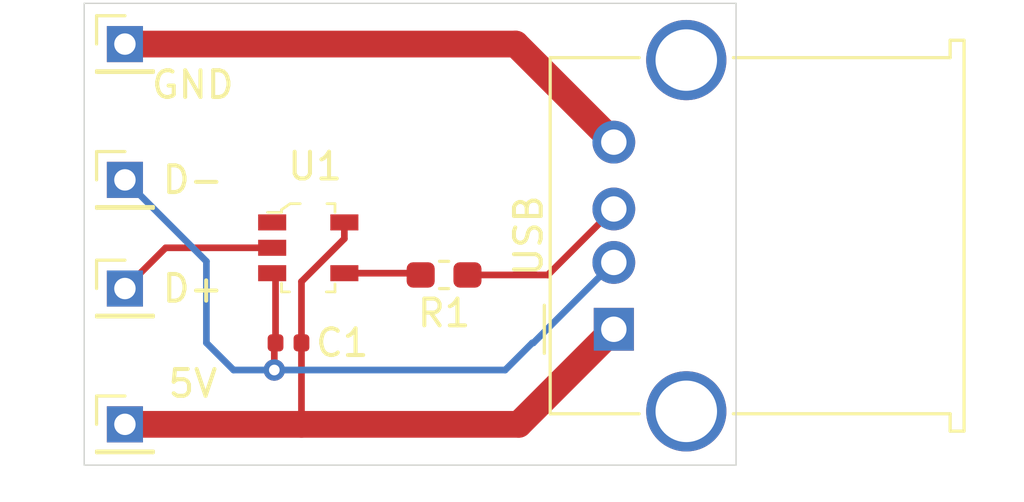
<source format=kicad_pcb>
(kicad_pcb (version 20171130) (host pcbnew "(5.1.6)-1")

  (general
    (thickness 1.6)
    (drawings 4)
    (tracks 29)
    (zones 0)
    (modules 8)
    (nets 8)
  )

  (page A4)
  (layers
    (0 F.Cu signal)
    (31 B.Cu signal)
    (32 B.Adhes user)
    (33 F.Adhes user)
    (34 B.Paste user)
    (35 F.Paste user)
    (36 B.SilkS user)
    (37 F.SilkS user)
    (38 B.Mask user)
    (39 F.Mask user)
    (40 Dwgs.User user)
    (41 Cmts.User user)
    (42 Eco1.User user)
    (43 Eco2.User user)
    (44 Edge.Cuts user)
    (45 Margin user)
    (46 B.CrtYd user)
    (47 F.CrtYd user)
    (48 B.Fab user)
    (49 F.Fab user)
  )

  (setup
    (last_trace_width 0.25)
    (trace_clearance 0.2)
    (zone_clearance 0.508)
    (zone_45_only no)
    (trace_min 0.2)
    (via_size 0.8)
    (via_drill 0.4)
    (via_min_size 0.4)
    (via_min_drill 0.3)
    (uvia_size 0.3)
    (uvia_drill 0.1)
    (uvias_allowed no)
    (uvia_min_size 0.2)
    (uvia_min_drill 0.1)
    (edge_width 0.05)
    (segment_width 0.2)
    (pcb_text_width 0.3)
    (pcb_text_size 1.5 1.5)
    (mod_edge_width 0.12)
    (mod_text_size 1 1)
    (mod_text_width 0.15)
    (pad_size 1.524 1.524)
    (pad_drill 0.762)
    (pad_to_mask_clearance 0.05)
    (aux_axis_origin 0 0)
    (visible_elements FFFFFF7F)
    (pcbplotparams
      (layerselection 0x010fc_ffffffff)
      (usegerberextensions false)
      (usegerberattributes true)
      (usegerberadvancedattributes true)
      (creategerberjobfile true)
      (excludeedgelayer true)
      (linewidth 0.010000)
      (plotframeref false)
      (viasonmask false)
      (mode 1)
      (useauxorigin false)
      (hpglpennumber 1)
      (hpglpenspeed 20)
      (hpglpendiameter 15.000000)
      (psnegative false)
      (psa4output false)
      (plotreference true)
      (plotvalue true)
      (plotinvisibletext false)
      (padsonsilk false)
      (subtractmaskfromsilk false)
      (outputformat 1)
      (mirror false)
      (drillshape 1)
      (scaleselection 1)
      (outputdirectory ""))
  )

  (net 0 "")
  (net 1 5v)
  (net 2 d-)
  (net 3 d+)
  (net 4 gnd)
  (net 5 "Net-(J2-Pad5)")
  (net 6 d+++)
  (net 7 d++)

  (net_class Default "This is the default net class."
    (clearance 0.2)
    (trace_width 0.25)
    (via_dia 0.8)
    (via_drill 0.4)
    (uvia_dia 0.3)
    (uvia_drill 0.1)
    (add_net 5v)
    (add_net "Net-(J2-Pad5)")
    (add_net "Net-(U1-Pad1)")
    (add_net d+)
    (add_net d++)
    (add_net d+++)
    (add_net d-)
    (add_net gnd)
  )

  (module Capacitor_SMD:C_0402_1005Metric (layer F.Cu) (tedit 5B301BBE) (tstamp 5F0FA560)
    (at 170.711 87.376)
    (descr "Capacitor SMD 0402 (1005 Metric), square (rectangular) end terminal, IPC_7351 nominal, (Body size source: http://www.tortai-tech.com/upload/download/2011102023233369053.pdf), generated with kicad-footprint-generator")
    (tags capacitor)
    (path /5F104A86)
    (attr smd)
    (fp_text reference C1 (at 2.009 0) (layer F.SilkS)
      (effects (font (size 1 1) (thickness 0.15)))
    )
    (fp_text value C (at 0 1.17) (layer F.Fab)
      (effects (font (size 1 1) (thickness 0.15)))
    )
    (fp_text user %R (at 0 0) (layer F.Fab)
      (effects (font (size 0.25 0.25) (thickness 0.04)))
    )
    (fp_line (start -0.5 0.25) (end -0.5 -0.25) (layer F.Fab) (width 0.1))
    (fp_line (start -0.5 -0.25) (end 0.5 -0.25) (layer F.Fab) (width 0.1))
    (fp_line (start 0.5 -0.25) (end 0.5 0.25) (layer F.Fab) (width 0.1))
    (fp_line (start 0.5 0.25) (end -0.5 0.25) (layer F.Fab) (width 0.1))
    (fp_line (start -0.93 0.47) (end -0.93 -0.47) (layer F.CrtYd) (width 0.05))
    (fp_line (start -0.93 -0.47) (end 0.93 -0.47) (layer F.CrtYd) (width 0.05))
    (fp_line (start 0.93 -0.47) (end 0.93 0.47) (layer F.CrtYd) (width 0.05))
    (fp_line (start 0.93 0.47) (end -0.93 0.47) (layer F.CrtYd) (width 0.05))
    (pad 2 smd roundrect (at 0.485 0) (size 0.59 0.64) (layers F.Cu F.Paste F.Mask) (roundrect_rratio 0.25)
      (net 1 5v))
    (pad 1 smd roundrect (at -0.485 0) (size 0.59 0.64) (layers F.Cu F.Paste F.Mask) (roundrect_rratio 0.25)
      (net 2 d-))
    (model ${KISYS3DMOD}/Capacitor_SMD.3dshapes/C_0402_1005Metric.wrl
      (at (xyz 0 0 0))
      (scale (xyz 1 1 1))
      (rotate (xyz 0 0 0))
    )
  )

  (module digikey-footprints:SOT-753 (layer F.Cu) (tedit 5D28A654) (tstamp 5F0FA3E4)
    (at 171.45 83.82 270)
    (path /5F0F8891)
    (attr smd)
    (fp_text reference U1 (at -3.048 -0.254 180) (layer F.SilkS)
      (effects (font (size 1 1) (thickness 0.15)))
    )
    (fp_text value SN74LVC1G07DBVR (at 0.35 4.025 90) (layer F.Fab)
      (effects (font (size 1 1) (thickness 0.15)))
    )
    (fp_text user %R (at 0 0.1 90) (layer F.Fab)
      (effects (font (size 0.75 0.75) (thickness 0.075)))
    )
    (fp_line (start -1.825 2.125) (end -1.825 -2.125) (layer F.CrtYd) (width 0.05))
    (fp_line (start 1.825 2.125) (end -1.825 2.125) (layer F.CrtYd) (width 0.05))
    (fp_line (start 1.825 -2.125) (end 1.825 2.125) (layer F.CrtYd) (width 0.05))
    (fp_line (start -1.825 -2.125) (end 1.825 -2.125) (layer F.CrtYd) (width 0.05))
    (fp_line (start -1.325 -1) (end -1.65 -1) (layer F.SilkS) (width 0.1))
    (fp_line (start -1.65 -1) (end -1.65 -0.7) (layer F.SilkS) (width 0.1))
    (fp_line (start 1.325 1) (end 1.65 1) (layer F.SilkS) (width 0.1))
    (fp_line (start 1.65 1) (end 1.65 0.7) (layer F.SilkS) (width 0.1))
    (fp_line (start 1.35 -1) (end 1.65 -1) (layer F.SilkS) (width 0.1))
    (fp_line (start 1.65 -1) (end 1.65 -0.675) (layer F.SilkS) (width 0.1))
    (fp_line (start -1.65 0.675) (end -1.425 1) (layer F.SilkS) (width 0.1))
    (fp_line (start -1.425 1) (end -1.325 1) (layer F.SilkS) (width 0.1))
    (fp_line (start -1.325 1) (end -1.325 1.525) (layer F.SilkS) (width 0.1))
    (fp_line (start -1.65 0.675) (end -1.65 0.3) (layer F.SilkS) (width 0.1))
    (fp_line (start -1.525 0.625) (end -1.525 -0.875) (layer F.Fab) (width 0.1))
    (fp_line (start -1.35 0.875) (end 1.525 0.875) (layer F.Fab) (width 0.1))
    (fp_line (start -1.525 0.625) (end -1.35 0.875) (layer F.Fab) (width 0.1))
    (fp_line (start 1.525 -0.875) (end 1.525 0.875) (layer F.Fab) (width 0.1))
    (fp_line (start -1.525 -0.875) (end 1.525 -0.875) (layer F.Fab) (width 0.1))
    (pad 1 smd rect (at -0.95 1.35 270) (size 0.6 1.05) (layers F.Cu F.Paste F.Mask)
      (solder_mask_margin 0.07))
    (pad 2 smd rect (at 0 1.35 270) (size 0.6 1.05) (layers F.Cu F.Paste F.Mask)
      (net 3 d+) (solder_mask_margin 0.07))
    (pad 3 smd rect (at 0.95 1.35 270) (size 0.6 1.05) (layers F.Cu F.Paste F.Mask)
      (net 2 d-) (solder_mask_margin 0.07))
    (pad 4 smd rect (at 0.95 -1.35 270) (size 0.6 1.05) (layers F.Cu F.Paste F.Mask)
      (net 7 d++) (solder_mask_margin 0.07))
    (pad 5 smd rect (at -0.95 -1.35 270) (size 0.6 1.05) (layers F.Cu F.Paste F.Mask)
      (net 1 5v) (solder_mask_margin 0.07))
  )

  (module Connector_PinHeader_2.00mm:PinHeader_1x01_P2.00mm_Vertical (layer F.Cu) (tedit 59FED667) (tstamp 5F0FD8B0)
    (at 164.592 90.424)
    (descr "Through hole straight pin header, 1x01, 2.00mm pitch, single row")
    (tags "Through hole pin header THT 1x01 2.00mm single row")
    (path /5F108937)
    (fp_text reference 5V (at 2.54 -1.524) (layer F.SilkS)
      (effects (font (size 1 1) (thickness 0.15)))
    )
    (fp_text value Conn_01x01 (at 0 2.06) (layer F.Fab)
      (effects (font (size 1 1) (thickness 0.15)))
    )
    (fp_text user %R (at 0 0 90) (layer F.Fab)
      (effects (font (size 1 1) (thickness 0.15)))
    )
    (fp_line (start -0.5 -1) (end 1 -1) (layer F.Fab) (width 0.1))
    (fp_line (start 1 -1) (end 1 1) (layer F.Fab) (width 0.1))
    (fp_line (start 1 1) (end -1 1) (layer F.Fab) (width 0.1))
    (fp_line (start -1 1) (end -1 -0.5) (layer F.Fab) (width 0.1))
    (fp_line (start -1 -0.5) (end -0.5 -1) (layer F.Fab) (width 0.1))
    (fp_line (start -1.06 1.06) (end 1.06 1.06) (layer F.SilkS) (width 0.12))
    (fp_line (start -1.06 1) (end -1.06 1.06) (layer F.SilkS) (width 0.12))
    (fp_line (start 1.06 1) (end 1.06 1.06) (layer F.SilkS) (width 0.12))
    (fp_line (start -1.06 1) (end 1.06 1) (layer F.SilkS) (width 0.12))
    (fp_line (start -1.06 0) (end -1.06 -1.06) (layer F.SilkS) (width 0.12))
    (fp_line (start -1.06 -1.06) (end 0 -1.06) (layer F.SilkS) (width 0.12))
    (fp_line (start -1.5 -1.5) (end -1.5 1.5) (layer F.CrtYd) (width 0.05))
    (fp_line (start -1.5 1.5) (end 1.5 1.5) (layer F.CrtYd) (width 0.05))
    (fp_line (start 1.5 1.5) (end 1.5 -1.5) (layer F.CrtYd) (width 0.05))
    (fp_line (start 1.5 -1.5) (end -1.5 -1.5) (layer F.CrtYd) (width 0.05))
    (pad 1 thru_hole rect (at 0 0) (size 1.35 1.35) (drill 0.8) (layers *.Cu *.Mask)
      (net 1 5v))
    (model ${KISYS3DMOD}/Connector_PinHeader_2.00mm.3dshapes/PinHeader_1x01_P2.00mm_Vertical.wrl
      (at (xyz 0 0 0))
      (scale (xyz 1 1 1))
      (rotate (xyz 0 0 0))
    )
  )

  (module Connector_PinHeader_2.00mm:PinHeader_1x01_P2.00mm_Vertical (layer F.Cu) (tedit 59FED667) (tstamp 5F0FDF90)
    (at 164.592 76.2)
    (descr "Through hole straight pin header, 1x01, 2.00mm pitch, single row")
    (tags "Through hole pin header THT 1x01 2.00mm single row")
    (path /5F1087D8)
    (fp_text reference GND (at 2.54 1.524) (layer F.SilkS)
      (effects (font (size 1 1) (thickness 0.15)))
    )
    (fp_text value Conn_01x01 (at 0 2.06) (layer F.Fab)
      (effects (font (size 1 1) (thickness 0.15)))
    )
    (fp_text user %R (at 0 0 90) (layer F.Fab)
      (effects (font (size 1 1) (thickness 0.15)))
    )
    (fp_line (start -0.5 -1) (end 1 -1) (layer F.Fab) (width 0.1))
    (fp_line (start 1 -1) (end 1 1) (layer F.Fab) (width 0.1))
    (fp_line (start 1 1) (end -1 1) (layer F.Fab) (width 0.1))
    (fp_line (start -1 1) (end -1 -0.5) (layer F.Fab) (width 0.1))
    (fp_line (start -1 -0.5) (end -0.5 -1) (layer F.Fab) (width 0.1))
    (fp_line (start -1.06 1.06) (end 1.06 1.06) (layer F.SilkS) (width 0.12))
    (fp_line (start -1.06 1) (end -1.06 1.06) (layer F.SilkS) (width 0.12))
    (fp_line (start 1.06 1) (end 1.06 1.06) (layer F.SilkS) (width 0.12))
    (fp_line (start -1.06 1) (end 1.06 1) (layer F.SilkS) (width 0.12))
    (fp_line (start -1.06 0) (end -1.06 -1.06) (layer F.SilkS) (width 0.12))
    (fp_line (start -1.06 -1.06) (end 0 -1.06) (layer F.SilkS) (width 0.12))
    (fp_line (start -1.5 -1.5) (end -1.5 1.5) (layer F.CrtYd) (width 0.05))
    (fp_line (start -1.5 1.5) (end 1.5 1.5) (layer F.CrtYd) (width 0.05))
    (fp_line (start 1.5 1.5) (end 1.5 -1.5) (layer F.CrtYd) (width 0.05))
    (fp_line (start 1.5 -1.5) (end -1.5 -1.5) (layer F.CrtYd) (width 0.05))
    (pad 1 thru_hole rect (at 0 0) (size 1.35 1.35) (drill 0.8) (layers *.Cu *.Mask)
      (net 4 gnd))
    (model ${KISYS3DMOD}/Connector_PinHeader_2.00mm.3dshapes/PinHeader_1x01_P2.00mm_Vertical.wrl
      (at (xyz 0 0 0))
      (scale (xyz 1 1 1))
      (rotate (xyz 0 0 0))
    )
  )

  (module Connector_PinHeader_2.00mm:PinHeader_1x01_P2.00mm_Vertical (layer F.Cu) (tedit 59FED667) (tstamp 5F0FD8EC)
    (at 164.592 85.344)
    (descr "Through hole straight pin header, 1x01, 2.00mm pitch, single row")
    (tags "Through hole pin header THT 1x01 2.00mm single row")
    (path /5F108634)
    (fp_text reference D+ (at 2.54 0) (layer F.SilkS)
      (effects (font (size 1 1) (thickness 0.15)))
    )
    (fp_text value Conn_01x01 (at 0 2.06) (layer F.Fab)
      (effects (font (size 1 1) (thickness 0.15)))
    )
    (fp_text user %R (at 0 0 90) (layer F.Fab)
      (effects (font (size 1 1) (thickness 0.15)))
    )
    (fp_line (start -0.5 -1) (end 1 -1) (layer F.Fab) (width 0.1))
    (fp_line (start 1 -1) (end 1 1) (layer F.Fab) (width 0.1))
    (fp_line (start 1 1) (end -1 1) (layer F.Fab) (width 0.1))
    (fp_line (start -1 1) (end -1 -0.5) (layer F.Fab) (width 0.1))
    (fp_line (start -1 -0.5) (end -0.5 -1) (layer F.Fab) (width 0.1))
    (fp_line (start -1.06 1.06) (end 1.06 1.06) (layer F.SilkS) (width 0.12))
    (fp_line (start -1.06 1) (end -1.06 1.06) (layer F.SilkS) (width 0.12))
    (fp_line (start 1.06 1) (end 1.06 1.06) (layer F.SilkS) (width 0.12))
    (fp_line (start -1.06 1) (end 1.06 1) (layer F.SilkS) (width 0.12))
    (fp_line (start -1.06 0) (end -1.06 -1.06) (layer F.SilkS) (width 0.12))
    (fp_line (start -1.06 -1.06) (end 0 -1.06) (layer F.SilkS) (width 0.12))
    (fp_line (start -1.5 -1.5) (end -1.5 1.5) (layer F.CrtYd) (width 0.05))
    (fp_line (start -1.5 1.5) (end 1.5 1.5) (layer F.CrtYd) (width 0.05))
    (fp_line (start 1.5 1.5) (end 1.5 -1.5) (layer F.CrtYd) (width 0.05))
    (fp_line (start 1.5 -1.5) (end -1.5 -1.5) (layer F.CrtYd) (width 0.05))
    (pad 1 thru_hole rect (at 0 0) (size 1.35 1.35) (drill 0.8) (layers *.Cu *.Mask)
      (net 3 d+))
    (model ${KISYS3DMOD}/Connector_PinHeader_2.00mm.3dshapes/PinHeader_1x01_P2.00mm_Vertical.wrl
      (at (xyz 0 0 0))
      (scale (xyz 1 1 1))
      (rotate (xyz 0 0 0))
    )
  )

  (module Connector_PinHeader_2.00mm:PinHeader_1x01_P2.00mm_Vertical (layer F.Cu) (tedit 59FED667) (tstamp 5F0FD928)
    (at 164.592 81.28)
    (descr "Through hole straight pin header, 1x01, 2.00mm pitch, single row")
    (tags "Through hole pin header THT 1x01 2.00mm single row")
    (path /5F108067)
    (fp_text reference D- (at 2.54 0) (layer F.SilkS)
      (effects (font (size 1 1) (thickness 0.15)))
    )
    (fp_text value Conn_01x01 (at 0 2.06) (layer F.Fab)
      (effects (font (size 1 1) (thickness 0.15)))
    )
    (fp_text user %R (at 0 0 90) (layer F.Fab)
      (effects (font (size 1 1) (thickness 0.15)))
    )
    (fp_line (start -0.5 -1) (end 1 -1) (layer F.Fab) (width 0.1))
    (fp_line (start 1 -1) (end 1 1) (layer F.Fab) (width 0.1))
    (fp_line (start 1 1) (end -1 1) (layer F.Fab) (width 0.1))
    (fp_line (start -1 1) (end -1 -0.5) (layer F.Fab) (width 0.1))
    (fp_line (start -1 -0.5) (end -0.5 -1) (layer F.Fab) (width 0.1))
    (fp_line (start -1.06 1.06) (end 1.06 1.06) (layer F.SilkS) (width 0.12))
    (fp_line (start -1.06 1) (end -1.06 1.06) (layer F.SilkS) (width 0.12))
    (fp_line (start 1.06 1) (end 1.06 1.06) (layer F.SilkS) (width 0.12))
    (fp_line (start -1.06 1) (end 1.06 1) (layer F.SilkS) (width 0.12))
    (fp_line (start -1.06 0) (end -1.06 -1.06) (layer F.SilkS) (width 0.12))
    (fp_line (start -1.06 -1.06) (end 0 -1.06) (layer F.SilkS) (width 0.12))
    (fp_line (start -1.5 -1.5) (end -1.5 1.5) (layer F.CrtYd) (width 0.05))
    (fp_line (start -1.5 1.5) (end 1.5 1.5) (layer F.CrtYd) (width 0.05))
    (fp_line (start 1.5 1.5) (end 1.5 -1.5) (layer F.CrtYd) (width 0.05))
    (fp_line (start 1.5 -1.5) (end -1.5 -1.5) (layer F.CrtYd) (width 0.05))
    (pad 1 thru_hole rect (at 0 0) (size 1.35 1.35) (drill 0.8) (layers *.Cu *.Mask)
      (net 2 d-))
    (model ${KISYS3DMOD}/Connector_PinHeader_2.00mm.3dshapes/PinHeader_1x01_P2.00mm_Vertical.wrl
      (at (xyz 0 0 0))
      (scale (xyz 1 1 1))
      (rotate (xyz 0 0 0))
    )
  )

  (module Resistor_SMD:R_0603_1608Metric_Pad1.05x0.95mm_HandSolder (layer F.Cu) (tedit 5B301BBD) (tstamp 5F0FA1A6)
    (at 176.53 84.836 180)
    (descr "Resistor SMD 0603 (1608 Metric), square (rectangular) end terminal, IPC_7351 nominal with elongated pad for handsoldering. (Body size source: http://www.tortai-tech.com/upload/download/2011102023233369053.pdf), generated with kicad-footprint-generator")
    (tags "resistor handsolder")
    (path /5F0FBA41)
    (attr smd)
    (fp_text reference R1 (at 0 -1.43) (layer F.SilkS)
      (effects (font (size 1 1) (thickness 0.15)))
    )
    (fp_text value R (at 0 1.43) (layer F.Fab)
      (effects (font (size 1 1) (thickness 0.15)))
    )
    (fp_text user %R (at 0 0) (layer F.Fab)
      (effects (font (size 0.4 0.4) (thickness 0.06)))
    )
    (fp_line (start -0.8 0.4) (end -0.8 -0.4) (layer F.Fab) (width 0.1))
    (fp_line (start -0.8 -0.4) (end 0.8 -0.4) (layer F.Fab) (width 0.1))
    (fp_line (start 0.8 -0.4) (end 0.8 0.4) (layer F.Fab) (width 0.1))
    (fp_line (start 0.8 0.4) (end -0.8 0.4) (layer F.Fab) (width 0.1))
    (fp_line (start -0.171267 -0.51) (end 0.171267 -0.51) (layer F.SilkS) (width 0.12))
    (fp_line (start -0.171267 0.51) (end 0.171267 0.51) (layer F.SilkS) (width 0.12))
    (fp_line (start -1.65 0.73) (end -1.65 -0.73) (layer F.CrtYd) (width 0.05))
    (fp_line (start -1.65 -0.73) (end 1.65 -0.73) (layer F.CrtYd) (width 0.05))
    (fp_line (start 1.65 -0.73) (end 1.65 0.73) (layer F.CrtYd) (width 0.05))
    (fp_line (start 1.65 0.73) (end -1.65 0.73) (layer F.CrtYd) (width 0.05))
    (pad 2 smd roundrect (at 0.875 0 180) (size 1.05 0.95) (layers F.Cu F.Paste F.Mask) (roundrect_rratio 0.25)
      (net 7 d++))
    (pad 1 smd roundrect (at -0.875 0 180) (size 1.05 0.95) (layers F.Cu F.Paste F.Mask) (roundrect_rratio 0.25)
      (net 6 d+++))
    (model ${KISYS3DMOD}/Resistor_SMD.3dshapes/R_0603_1608Metric.wrl
      (at (xyz 0 0 0))
      (scale (xyz 1 1 1))
      (rotate (xyz 0 0 0))
    )
  )

  (module Connector_USB:USB_A_Molex_67643_Horizontal (layer F.Cu) (tedit 5EA03975) (tstamp 5F0FA195)
    (at 182.88 86.868 90)
    (descr "USB type A, Horizontal, https://www.molex.com/pdm_docs/sd/676433910_sd.pdf")
    (tags "USB_A Female Connector receptacle")
    (path /5F0F9779)
    (fp_text reference USB (at 3.5 -3.19 90) (layer F.SilkS)
      (effects (font (size 1 1) (thickness 0.15)))
    )
    (fp_text value USB_A (at 3.5 14.5 90) (layer F.Fab)
      (effects (font (size 1 1) (thickness 0.15)))
    )
    (fp_arc (start 10.07 2.71) (end 10.55 4.66) (angle -152.3426981) (layer F.CrtYd) (width 0.05))
    (fp_arc (start -3.07 2.71) (end -3.55 0.76) (angle -152.3426981) (layer F.CrtYd) (width 0.05))
    (fp_text user %R (at 3.5 3.7 90) (layer F.Fab)
      (effects (font (size 1 1) (thickness 0.15)))
    )
    (fp_line (start -3.05 -2.27) (end 10.05 -2.27) (layer F.Fab) (width 0.1))
    (fp_line (start 10.05 -2.27) (end 10.05 12.69) (layer F.Fab) (width 0.1))
    (fp_line (start -3.16 12.58) (end -3.16 4.47) (layer F.SilkS) (width 0.12))
    (fp_line (start -3.16 12.58) (end -3.81 12.58) (layer F.SilkS) (width 0.12))
    (fp_line (start -3.7 12.69) (end -3.7 12.99) (layer F.Fab) (width 0.1))
    (fp_line (start -3.7 12.99) (end 10.7 12.99) (layer F.Fab) (width 0.1))
    (fp_line (start 10.7 12.99) (end 10.7 12.69) (layer F.Fab) (width 0.1))
    (fp_line (start 10.7 12.69) (end 10.05 12.69) (layer F.Fab) (width 0.1))
    (fp_line (start -3.05 9.27) (end 10.05 9.27) (layer F.Fab) (width 0.1))
    (fp_line (start -3.55 -2.77) (end 10.55 -2.77) (layer F.CrtYd) (width 0.05))
    (fp_line (start 10.55 -2.77) (end 10.55 0.76) (layer F.CrtYd) (width 0.05))
    (fp_line (start -3.55 -2.77) (end -3.55 0.76) (layer F.CrtYd) (width 0.05))
    (fp_line (start -4.2 13.49) (end 11.2 13.49) (layer F.CrtYd) (width 0.05))
    (fp_line (start 11.2 13.49) (end 11.2 12.19) (layer F.CrtYd) (width 0.05))
    (fp_line (start 11.2 12.19) (end 10.55 12.19) (layer F.CrtYd) (width 0.05))
    (fp_line (start 10.55 12.19) (end 10.55 4.66) (layer F.CrtYd) (width 0.05))
    (fp_line (start -4.2 13.49) (end -4.2 12.19) (layer F.CrtYd) (width 0.05))
    (fp_line (start -4.2 12.19) (end -3.55 12.19) (layer F.CrtYd) (width 0.05))
    (fp_line (start -3.55 12.19) (end -3.55 4.66) (layer F.CrtYd) (width 0.05))
    (fp_line (start -3.16 -2.38) (end 10.16 -2.38) (layer F.SilkS) (width 0.12))
    (fp_line (start -3.16 -2.38) (end -3.16 0.95) (layer F.SilkS) (width 0.12))
    (fp_line (start 10.16 -2.38) (end 10.16 0.95) (layer F.SilkS) (width 0.12))
    (fp_line (start -3.05 12.69) (end -3.05 -2.27) (layer F.Fab) (width 0.1))
    (fp_line (start 10.81 13.1) (end 10.81 12.58) (layer F.SilkS) (width 0.12))
    (fp_line (start -3.81 13.1) (end 10.81 13.1) (layer F.SilkS) (width 0.12))
    (fp_line (start 10.16 4.47) (end 10.16 12.58) (layer F.SilkS) (width 0.12))
    (fp_line (start -3.81 12.58) (end -3.81 13.1) (layer F.SilkS) (width 0.12))
    (fp_line (start 10.81 12.58) (end 10.16 12.58) (layer F.SilkS) (width 0.12))
    (fp_line (start -3.05 12.69) (end -3.7 12.69) (layer F.Fab) (width 0.1))
    (fp_line (start -0.9 -2.6) (end 0.9 -2.6) (layer F.SilkS) (width 0.12))
    (fp_line (start -1 -2.27) (end 0 -1.27) (layer F.Fab) (width 0.1))
    (fp_line (start 0 -1.27) (end 1 -2.27) (layer F.Fab) (width 0.1))
    (pad 4 thru_hole circle (at 7 0 90) (size 1.6 1.6) (drill 0.95) (layers *.Cu *.Mask)
      (net 4 gnd))
    (pad 3 thru_hole circle (at 4.5 0 90) (size 1.6 1.6) (drill 0.95) (layers *.Cu *.Mask)
      (net 6 d+++))
    (pad 2 thru_hole circle (at 2.5 0 90) (size 1.6 1.6) (drill 0.95) (layers *.Cu *.Mask)
      (net 2 d-))
    (pad 1 thru_hole rect (at 0 0 90) (size 1.6 1.5) (drill 0.95) (layers *.Cu *.Mask)
      (net 1 5v))
    (pad 5 thru_hole circle (at 10.07 2.71 90) (size 3 3) (drill 2.3) (layers *.Cu *.Mask)
      (net 5 "Net-(J2-Pad5)"))
    (pad 5 thru_hole circle (at -3.07 2.71 90) (size 3 3) (drill 2.3) (layers *.Cu *.Mask)
      (net 5 "Net-(J2-Pad5)"))
    (model ${KISYS3DMOD}/Connector_USB.3dshapes/USB_A_Molex_67643_Horizontal.wrl
      (at (xyz 0 0 0))
      (scale (xyz 1 1 1))
      (rotate (xyz 0 0 0))
    )
  )

  (gr_line (start 163.068 91.948) (end 163.068 74.676) (layer Edge.Cuts) (width 0.05) (tstamp 5F0FD1F7))
  (gr_line (start 187.452 91.948) (end 163.068 91.948) (layer Edge.Cuts) (width 0.05))
  (gr_line (start 187.452 74.676) (end 187.452 91.948) (layer Edge.Cuts) (width 0.05))
  (gr_line (start 163.068 74.676) (end 187.452 74.676) (layer Edge.Cuts) (width 0.05))

  (segment (start 172.8 82.87) (end 172.8 83.480002) (width 0.25) (layer F.Cu) (net 1))
  (segment (start 172.8 83.480002) (end 171.196 85.084002) (width 0.25) (layer F.Cu) (net 1))
  (segment (start 171.196 85.084002) (end 171.196 87.376) (width 0.25) (layer F.Cu) (net 1))
  (segment (start 171.196 87.376) (end 171.196 90.424) (width 0.25) (layer F.Cu) (net 1))
  (segment (start 179.324 90.424) (end 182.88 86.868) (width 1) (layer F.Cu) (net 1))
  (segment (start 171.196 90.424) (end 179.324 90.424) (width 1) (layer F.Cu) (net 1))
  (segment (start 164.592 90.424) (end 171.196 90.424) (width 1) (layer F.Cu) (net 1))
  (segment (start 167.64 87.376) (end 167.64 84.328) (width 0.25) (layer B.Cu) (net 2))
  (segment (start 167.64 84.328) (end 164.592 81.28) (width 0.25) (layer B.Cu) (net 2))
  (segment (start 168.656 88.392) (end 167.64 87.376) (width 0.25) (layer B.Cu) (net 2))
  (segment (start 170.18 88.392) (end 168.656 88.392) (width 0.25) (layer B.Cu) (net 2))
  (segment (start 170.18 88.392) (end 170.18 88.392) (width 0.25) (layer B.Cu) (net 2) (tstamp 5F0FD64D))
  (segment (start 178.816 88.392) (end 170.18 88.392) (width 0.25) (layer B.Cu) (net 2))
  (segment (start 179.832 87.376) (end 178.816 88.392) (width 0.25) (layer B.Cu) (net 2))
  (segment (start 179.872 87.376) (end 179.832 87.376) (width 0.25) (layer B.Cu) (net 2))
  (segment (start 182.88 84.368) (end 179.872 87.376) (width 0.25) (layer B.Cu) (net 2))
  (via (at 170.18 88.392) (size 0.8) (drill 0.4) (layers F.Cu B.Cu) (net 2) (status 1000000))
  (segment (start 170.18 87.422) (end 170.226 87.376) (width 0.25) (layer F.Cu) (net 2))
  (segment (start 170.18 88.392) (end 170.18 87.422) (width 0.25) (layer F.Cu) (net 2))
  (segment (start 170.226 87.376) (end 170.226 84.896) (width 0.25) (layer F.Cu) (net 2))
  (segment (start 170.226 84.896) (end 170.1 84.77) (width 0.25) (layer F.Cu) (net 2))
  (segment (start 164.592 85.344) (end 166.116 83.82) (width 0.25) (layer F.Cu) (net 3))
  (segment (start 166.116 83.82) (end 170.1 83.82) (width 0.25) (layer F.Cu) (net 3))
  (segment (start 164.592 76.2) (end 179.212 76.2) (width 1) (layer F.Cu) (net 4))
  (segment (start 179.212 76.2) (end 182.88 79.868) (width 1) (layer F.Cu) (net 4))
  (segment (start 177.405 84.836) (end 180.412 84.836) (width 0.25) (layer F.Cu) (net 6))
  (segment (start 180.412 84.836) (end 182.88 82.368) (width 0.25) (layer F.Cu) (net 6))
  (segment (start 172.8 84.77) (end 175.589 84.77) (width 0.25) (layer F.Cu) (net 7))
  (segment (start 175.589 84.77) (end 175.655 84.836) (width 0.25) (layer F.Cu) (net 7))

)

</source>
